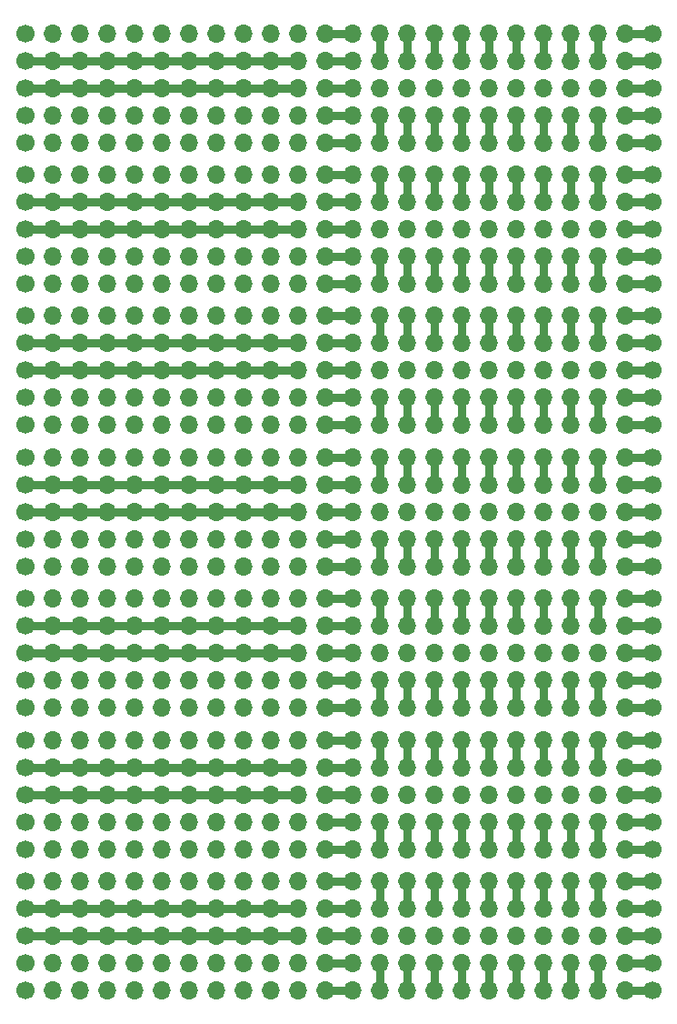
<source format=gbr>
G04 #@! TF.GenerationSoftware,KiCad,Pcbnew,5.1.5-52549c5~86~ubuntu18.04.1*
G04 #@! TF.CreationDate,2020-08-06T00:34:13-05:00*
G04 #@! TF.ProjectId,,58585858-5858-4585-9858-585858585858,rev?*
G04 #@! TF.SameCoordinates,Original*
G04 #@! TF.FileFunction,Copper,L1,Top*
G04 #@! TF.FilePolarity,Positive*
%FSLAX46Y46*%
G04 Gerber Fmt 4.6, Leading zero omitted, Abs format (unit mm)*
G04 Created by KiCad (PCBNEW 5.1.5-52549c5~86~ubuntu18.04.1) date 2020-08-06 00:34:13*
%MOMM*%
%LPD*%
G04 APERTURE LIST*
%ADD10C,1.700000*%
%ADD11O,1.700000X1.700000*%
%ADD12C,0.750000*%
G04 APERTURE END LIST*
D10*
X130075000Y-113785000D03*
D11*
X127535000Y-113785000D03*
X124995000Y-113785000D03*
X122455000Y-113785000D03*
X119915000Y-113785000D03*
X117375000Y-113785000D03*
X114835000Y-113785000D03*
X112295000Y-113785000D03*
X109755000Y-113785000D03*
X107215000Y-113785000D03*
X104675000Y-113785000D03*
X102135000Y-113785000D03*
X99595000Y-113785000D03*
D10*
X130075000Y-100625000D03*
D11*
X127535000Y-100625000D03*
X124995000Y-100625000D03*
X122455000Y-100625000D03*
X119915000Y-100625000D03*
X117375000Y-100625000D03*
X114835000Y-100625000D03*
X112295000Y-100625000D03*
X109755000Y-100625000D03*
X107215000Y-100625000D03*
X104675000Y-100625000D03*
X102135000Y-100625000D03*
X99595000Y-100625000D03*
D10*
X130075000Y-87465000D03*
D11*
X127535000Y-87465000D03*
X124995000Y-87465000D03*
X122455000Y-87465000D03*
X119915000Y-87465000D03*
X117375000Y-87465000D03*
X114835000Y-87465000D03*
X112295000Y-87465000D03*
X109755000Y-87465000D03*
X107215000Y-87465000D03*
X104675000Y-87465000D03*
X102135000Y-87465000D03*
X99595000Y-87465000D03*
D10*
X130075000Y-74305000D03*
D11*
X127535000Y-74305000D03*
X124995000Y-74305000D03*
X122455000Y-74305000D03*
X119915000Y-74305000D03*
X117375000Y-74305000D03*
X114835000Y-74305000D03*
X112295000Y-74305000D03*
X109755000Y-74305000D03*
X107215000Y-74305000D03*
X104675000Y-74305000D03*
X102135000Y-74305000D03*
X99595000Y-74305000D03*
D10*
X130075000Y-61145000D03*
D11*
X127535000Y-61145000D03*
X124995000Y-61145000D03*
X122455000Y-61145000D03*
X119915000Y-61145000D03*
X117375000Y-61145000D03*
X114835000Y-61145000D03*
X112295000Y-61145000D03*
X109755000Y-61145000D03*
X107215000Y-61145000D03*
X104675000Y-61145000D03*
X102135000Y-61145000D03*
X99595000Y-61145000D03*
D10*
X130075000Y-47985000D03*
D11*
X127535000Y-47985000D03*
X124995000Y-47985000D03*
X122455000Y-47985000D03*
X119915000Y-47985000D03*
X117375000Y-47985000D03*
X114835000Y-47985000D03*
X112295000Y-47985000D03*
X109755000Y-47985000D03*
X107215000Y-47985000D03*
X104675000Y-47985000D03*
X102135000Y-47985000D03*
X99595000Y-47985000D03*
D10*
X71655000Y-113785000D03*
D11*
X74195000Y-113785000D03*
X76735000Y-113785000D03*
X79275000Y-113785000D03*
X81815000Y-113785000D03*
X84355000Y-113785000D03*
X86895000Y-113785000D03*
X89435000Y-113785000D03*
X91975000Y-113785000D03*
X94515000Y-113785000D03*
X97055000Y-113785000D03*
D10*
X71655000Y-100625000D03*
D11*
X74195000Y-100625000D03*
X76735000Y-100625000D03*
X79275000Y-100625000D03*
X81815000Y-100625000D03*
X84355000Y-100625000D03*
X86895000Y-100625000D03*
X89435000Y-100625000D03*
X91975000Y-100625000D03*
X94515000Y-100625000D03*
X97055000Y-100625000D03*
D10*
X71655000Y-87465000D03*
D11*
X74195000Y-87465000D03*
X76735000Y-87465000D03*
X79275000Y-87465000D03*
X81815000Y-87465000D03*
X84355000Y-87465000D03*
X86895000Y-87465000D03*
X89435000Y-87465000D03*
X91975000Y-87465000D03*
X94515000Y-87465000D03*
X97055000Y-87465000D03*
D10*
X71655000Y-74305000D03*
D11*
X74195000Y-74305000D03*
X76735000Y-74305000D03*
X79275000Y-74305000D03*
X81815000Y-74305000D03*
X84355000Y-74305000D03*
X86895000Y-74305000D03*
X89435000Y-74305000D03*
X91975000Y-74305000D03*
X94515000Y-74305000D03*
X97055000Y-74305000D03*
D10*
X71655000Y-61145000D03*
D11*
X74195000Y-61145000D03*
X76735000Y-61145000D03*
X79275000Y-61145000D03*
X81815000Y-61145000D03*
X84355000Y-61145000D03*
X86895000Y-61145000D03*
X89435000Y-61145000D03*
X91975000Y-61145000D03*
X94515000Y-61145000D03*
X97055000Y-61145000D03*
D10*
X71655000Y-47985000D03*
D11*
X74195000Y-47985000D03*
X76735000Y-47985000D03*
X79275000Y-47985000D03*
X81815000Y-47985000D03*
X84355000Y-47985000D03*
X86895000Y-47985000D03*
X89435000Y-47985000D03*
X91975000Y-47985000D03*
X94515000Y-47985000D03*
X97055000Y-47985000D03*
D10*
X130075000Y-118865000D03*
D11*
X127535000Y-118865000D03*
X124995000Y-118865000D03*
X122455000Y-118865000D03*
X119915000Y-118865000D03*
X117375000Y-118865000D03*
X114835000Y-118865000D03*
X112295000Y-118865000D03*
X109755000Y-118865000D03*
X107215000Y-118865000D03*
X104675000Y-118865000D03*
X102135000Y-118865000D03*
X99595000Y-118865000D03*
D10*
X130075000Y-105705000D03*
D11*
X127535000Y-105705000D03*
X124995000Y-105705000D03*
X122455000Y-105705000D03*
X119915000Y-105705000D03*
X117375000Y-105705000D03*
X114835000Y-105705000D03*
X112295000Y-105705000D03*
X109755000Y-105705000D03*
X107215000Y-105705000D03*
X104675000Y-105705000D03*
X102135000Y-105705000D03*
X99595000Y-105705000D03*
D10*
X130075000Y-92545000D03*
D11*
X127535000Y-92545000D03*
X124995000Y-92545000D03*
X122455000Y-92545000D03*
X119915000Y-92545000D03*
X117375000Y-92545000D03*
X114835000Y-92545000D03*
X112295000Y-92545000D03*
X109755000Y-92545000D03*
X107215000Y-92545000D03*
X104675000Y-92545000D03*
X102135000Y-92545000D03*
X99595000Y-92545000D03*
D10*
X130075000Y-79385000D03*
D11*
X127535000Y-79385000D03*
X124995000Y-79385000D03*
X122455000Y-79385000D03*
X119915000Y-79385000D03*
X117375000Y-79385000D03*
X114835000Y-79385000D03*
X112295000Y-79385000D03*
X109755000Y-79385000D03*
X107215000Y-79385000D03*
X104675000Y-79385000D03*
X102135000Y-79385000D03*
X99595000Y-79385000D03*
D10*
X130075000Y-66225000D03*
D11*
X127535000Y-66225000D03*
X124995000Y-66225000D03*
X122455000Y-66225000D03*
X119915000Y-66225000D03*
X117375000Y-66225000D03*
X114835000Y-66225000D03*
X112295000Y-66225000D03*
X109755000Y-66225000D03*
X107215000Y-66225000D03*
X104675000Y-66225000D03*
X102135000Y-66225000D03*
X99595000Y-66225000D03*
D10*
X130075000Y-53065000D03*
D11*
X127535000Y-53065000D03*
X124995000Y-53065000D03*
X122455000Y-53065000D03*
X119915000Y-53065000D03*
X117375000Y-53065000D03*
X114835000Y-53065000D03*
X112295000Y-53065000D03*
X109755000Y-53065000D03*
X107215000Y-53065000D03*
X104675000Y-53065000D03*
X102135000Y-53065000D03*
X99595000Y-53065000D03*
D10*
X130075000Y-116325000D03*
D11*
X127535000Y-116325000D03*
X124995000Y-116325000D03*
X122455000Y-116325000D03*
X119915000Y-116325000D03*
X117375000Y-116325000D03*
X114835000Y-116325000D03*
X112295000Y-116325000D03*
X109755000Y-116325000D03*
X107215000Y-116325000D03*
X104675000Y-116325000D03*
X102135000Y-116325000D03*
X99595000Y-116325000D03*
D10*
X130075000Y-103165000D03*
D11*
X127535000Y-103165000D03*
X124995000Y-103165000D03*
X122455000Y-103165000D03*
X119915000Y-103165000D03*
X117375000Y-103165000D03*
X114835000Y-103165000D03*
X112295000Y-103165000D03*
X109755000Y-103165000D03*
X107215000Y-103165000D03*
X104675000Y-103165000D03*
X102135000Y-103165000D03*
X99595000Y-103165000D03*
D10*
X130075000Y-90005000D03*
D11*
X127535000Y-90005000D03*
X124995000Y-90005000D03*
X122455000Y-90005000D03*
X119915000Y-90005000D03*
X117375000Y-90005000D03*
X114835000Y-90005000D03*
X112295000Y-90005000D03*
X109755000Y-90005000D03*
X107215000Y-90005000D03*
X104675000Y-90005000D03*
X102135000Y-90005000D03*
X99595000Y-90005000D03*
D10*
X130075000Y-76845000D03*
D11*
X127535000Y-76845000D03*
X124995000Y-76845000D03*
X122455000Y-76845000D03*
X119915000Y-76845000D03*
X117375000Y-76845000D03*
X114835000Y-76845000D03*
X112295000Y-76845000D03*
X109755000Y-76845000D03*
X107215000Y-76845000D03*
X104675000Y-76845000D03*
X102135000Y-76845000D03*
X99595000Y-76845000D03*
D10*
X130075000Y-63685000D03*
D11*
X127535000Y-63685000D03*
X124995000Y-63685000D03*
X122455000Y-63685000D03*
X119915000Y-63685000D03*
X117375000Y-63685000D03*
X114835000Y-63685000D03*
X112295000Y-63685000D03*
X109755000Y-63685000D03*
X107215000Y-63685000D03*
X104675000Y-63685000D03*
X102135000Y-63685000D03*
X99595000Y-63685000D03*
D10*
X130075000Y-50525000D03*
D11*
X127535000Y-50525000D03*
X124995000Y-50525000D03*
X122455000Y-50525000D03*
X119915000Y-50525000D03*
X117375000Y-50525000D03*
X114835000Y-50525000D03*
X112295000Y-50525000D03*
X109755000Y-50525000D03*
X107215000Y-50525000D03*
X104675000Y-50525000D03*
X102135000Y-50525000D03*
X99595000Y-50525000D03*
D10*
X71655000Y-118865000D03*
D11*
X74195000Y-118865000D03*
X76735000Y-118865000D03*
X79275000Y-118865000D03*
X81815000Y-118865000D03*
X84355000Y-118865000D03*
X86895000Y-118865000D03*
X89435000Y-118865000D03*
X91975000Y-118865000D03*
X94515000Y-118865000D03*
X97055000Y-118865000D03*
D10*
X71655000Y-105705000D03*
D11*
X74195000Y-105705000D03*
X76735000Y-105705000D03*
X79275000Y-105705000D03*
X81815000Y-105705000D03*
X84355000Y-105705000D03*
X86895000Y-105705000D03*
X89435000Y-105705000D03*
X91975000Y-105705000D03*
X94515000Y-105705000D03*
X97055000Y-105705000D03*
D10*
X71655000Y-92545000D03*
D11*
X74195000Y-92545000D03*
X76735000Y-92545000D03*
X79275000Y-92545000D03*
X81815000Y-92545000D03*
X84355000Y-92545000D03*
X86895000Y-92545000D03*
X89435000Y-92545000D03*
X91975000Y-92545000D03*
X94515000Y-92545000D03*
X97055000Y-92545000D03*
D10*
X71655000Y-79385000D03*
D11*
X74195000Y-79385000D03*
X76735000Y-79385000D03*
X79275000Y-79385000D03*
X81815000Y-79385000D03*
X84355000Y-79385000D03*
X86895000Y-79385000D03*
X89435000Y-79385000D03*
X91975000Y-79385000D03*
X94515000Y-79385000D03*
X97055000Y-79385000D03*
D10*
X71655000Y-66225000D03*
D11*
X74195000Y-66225000D03*
X76735000Y-66225000D03*
X79275000Y-66225000D03*
X81815000Y-66225000D03*
X84355000Y-66225000D03*
X86895000Y-66225000D03*
X89435000Y-66225000D03*
X91975000Y-66225000D03*
X94515000Y-66225000D03*
X97055000Y-66225000D03*
D10*
X71655000Y-53065000D03*
D11*
X74195000Y-53065000D03*
X76735000Y-53065000D03*
X79275000Y-53065000D03*
X81815000Y-53065000D03*
X84355000Y-53065000D03*
X86895000Y-53065000D03*
X89435000Y-53065000D03*
X91975000Y-53065000D03*
X94515000Y-53065000D03*
X97055000Y-53065000D03*
D10*
X71655000Y-116325000D03*
D11*
X74195000Y-116325000D03*
X76735000Y-116325000D03*
X79275000Y-116325000D03*
X81815000Y-116325000D03*
X84355000Y-116325000D03*
X86895000Y-116325000D03*
X89435000Y-116325000D03*
X91975000Y-116325000D03*
X94515000Y-116325000D03*
X97055000Y-116325000D03*
D10*
X71655000Y-103165000D03*
D11*
X74195000Y-103165000D03*
X76735000Y-103165000D03*
X79275000Y-103165000D03*
X81815000Y-103165000D03*
X84355000Y-103165000D03*
X86895000Y-103165000D03*
X89435000Y-103165000D03*
X91975000Y-103165000D03*
X94515000Y-103165000D03*
X97055000Y-103165000D03*
D10*
X71655000Y-90005000D03*
D11*
X74195000Y-90005000D03*
X76735000Y-90005000D03*
X79275000Y-90005000D03*
X81815000Y-90005000D03*
X84355000Y-90005000D03*
X86895000Y-90005000D03*
X89435000Y-90005000D03*
X91975000Y-90005000D03*
X94515000Y-90005000D03*
X97055000Y-90005000D03*
D10*
X71655000Y-76845000D03*
D11*
X74195000Y-76845000D03*
X76735000Y-76845000D03*
X79275000Y-76845000D03*
X81815000Y-76845000D03*
X84355000Y-76845000D03*
X86895000Y-76845000D03*
X89435000Y-76845000D03*
X91975000Y-76845000D03*
X94515000Y-76845000D03*
X97055000Y-76845000D03*
D10*
X71655000Y-63685000D03*
D11*
X74195000Y-63685000D03*
X76735000Y-63685000D03*
X79275000Y-63685000D03*
X81815000Y-63685000D03*
X84355000Y-63685000D03*
X86895000Y-63685000D03*
X89435000Y-63685000D03*
X91975000Y-63685000D03*
X94515000Y-63685000D03*
X97055000Y-63685000D03*
D10*
X71655000Y-50525000D03*
D11*
X74195000Y-50525000D03*
X76735000Y-50525000D03*
X79275000Y-50525000D03*
X81815000Y-50525000D03*
X84355000Y-50525000D03*
X86895000Y-50525000D03*
X89435000Y-50525000D03*
X91975000Y-50525000D03*
X94515000Y-50525000D03*
X97055000Y-50525000D03*
D10*
X130075000Y-123945000D03*
D11*
X127535000Y-123945000D03*
X124995000Y-123945000D03*
X122455000Y-123945000D03*
X119915000Y-123945000D03*
X117375000Y-123945000D03*
X114835000Y-123945000D03*
X112295000Y-123945000D03*
X109755000Y-123945000D03*
X107215000Y-123945000D03*
X104675000Y-123945000D03*
X102135000Y-123945000D03*
X99595000Y-123945000D03*
D10*
X130075000Y-110785000D03*
D11*
X127535000Y-110785000D03*
X124995000Y-110785000D03*
X122455000Y-110785000D03*
X119915000Y-110785000D03*
X117375000Y-110785000D03*
X114835000Y-110785000D03*
X112295000Y-110785000D03*
X109755000Y-110785000D03*
X107215000Y-110785000D03*
X104675000Y-110785000D03*
X102135000Y-110785000D03*
X99595000Y-110785000D03*
D10*
X130075000Y-97625000D03*
D11*
X127535000Y-97625000D03*
X124995000Y-97625000D03*
X122455000Y-97625000D03*
X119915000Y-97625000D03*
X117375000Y-97625000D03*
X114835000Y-97625000D03*
X112295000Y-97625000D03*
X109755000Y-97625000D03*
X107215000Y-97625000D03*
X104675000Y-97625000D03*
X102135000Y-97625000D03*
X99595000Y-97625000D03*
D10*
X130075000Y-84465000D03*
D11*
X127535000Y-84465000D03*
X124995000Y-84465000D03*
X122455000Y-84465000D03*
X119915000Y-84465000D03*
X117375000Y-84465000D03*
X114835000Y-84465000D03*
X112295000Y-84465000D03*
X109755000Y-84465000D03*
X107215000Y-84465000D03*
X104675000Y-84465000D03*
X102135000Y-84465000D03*
X99595000Y-84465000D03*
D10*
X130075000Y-71305000D03*
D11*
X127535000Y-71305000D03*
X124995000Y-71305000D03*
X122455000Y-71305000D03*
X119915000Y-71305000D03*
X117375000Y-71305000D03*
X114835000Y-71305000D03*
X112295000Y-71305000D03*
X109755000Y-71305000D03*
X107215000Y-71305000D03*
X104675000Y-71305000D03*
X102135000Y-71305000D03*
X99595000Y-71305000D03*
D10*
X130075000Y-58145000D03*
D11*
X127535000Y-58145000D03*
X124995000Y-58145000D03*
X122455000Y-58145000D03*
X119915000Y-58145000D03*
X117375000Y-58145000D03*
X114835000Y-58145000D03*
X112295000Y-58145000D03*
X109755000Y-58145000D03*
X107215000Y-58145000D03*
X104675000Y-58145000D03*
X102135000Y-58145000D03*
X99595000Y-58145000D03*
D10*
X71655000Y-121405000D03*
D11*
X74195000Y-121405000D03*
X76735000Y-121405000D03*
X79275000Y-121405000D03*
X81815000Y-121405000D03*
X84355000Y-121405000D03*
X86895000Y-121405000D03*
X89435000Y-121405000D03*
X91975000Y-121405000D03*
X94515000Y-121405000D03*
X97055000Y-121405000D03*
D10*
X71655000Y-108245000D03*
D11*
X74195000Y-108245000D03*
X76735000Y-108245000D03*
X79275000Y-108245000D03*
X81815000Y-108245000D03*
X84355000Y-108245000D03*
X86895000Y-108245000D03*
X89435000Y-108245000D03*
X91975000Y-108245000D03*
X94515000Y-108245000D03*
X97055000Y-108245000D03*
D10*
X71655000Y-95085000D03*
D11*
X74195000Y-95085000D03*
X76735000Y-95085000D03*
X79275000Y-95085000D03*
X81815000Y-95085000D03*
X84355000Y-95085000D03*
X86895000Y-95085000D03*
X89435000Y-95085000D03*
X91975000Y-95085000D03*
X94515000Y-95085000D03*
X97055000Y-95085000D03*
D10*
X71655000Y-81925000D03*
D11*
X74195000Y-81925000D03*
X76735000Y-81925000D03*
X79275000Y-81925000D03*
X81815000Y-81925000D03*
X84355000Y-81925000D03*
X86895000Y-81925000D03*
X89435000Y-81925000D03*
X91975000Y-81925000D03*
X94515000Y-81925000D03*
X97055000Y-81925000D03*
D10*
X71655000Y-68765000D03*
D11*
X74195000Y-68765000D03*
X76735000Y-68765000D03*
X79275000Y-68765000D03*
X81815000Y-68765000D03*
X84355000Y-68765000D03*
X86895000Y-68765000D03*
X89435000Y-68765000D03*
X91975000Y-68765000D03*
X94515000Y-68765000D03*
X97055000Y-68765000D03*
D10*
X71655000Y-55605000D03*
D11*
X74195000Y-55605000D03*
X76735000Y-55605000D03*
X79275000Y-55605000D03*
X81815000Y-55605000D03*
X84355000Y-55605000D03*
X86895000Y-55605000D03*
X89435000Y-55605000D03*
X91975000Y-55605000D03*
X94515000Y-55605000D03*
X97055000Y-55605000D03*
D10*
X130075000Y-121405000D03*
D11*
X127535000Y-121405000D03*
X124995000Y-121405000D03*
X122455000Y-121405000D03*
X119915000Y-121405000D03*
X117375000Y-121405000D03*
X114835000Y-121405000D03*
X112295000Y-121405000D03*
X109755000Y-121405000D03*
X107215000Y-121405000D03*
X104675000Y-121405000D03*
X102135000Y-121405000D03*
X99595000Y-121405000D03*
D10*
X130075000Y-108245000D03*
D11*
X127535000Y-108245000D03*
X124995000Y-108245000D03*
X122455000Y-108245000D03*
X119915000Y-108245000D03*
X117375000Y-108245000D03*
X114835000Y-108245000D03*
X112295000Y-108245000D03*
X109755000Y-108245000D03*
X107215000Y-108245000D03*
X104675000Y-108245000D03*
X102135000Y-108245000D03*
X99595000Y-108245000D03*
D10*
X130075000Y-95085000D03*
D11*
X127535000Y-95085000D03*
X124995000Y-95085000D03*
X122455000Y-95085000D03*
X119915000Y-95085000D03*
X117375000Y-95085000D03*
X114835000Y-95085000D03*
X112295000Y-95085000D03*
X109755000Y-95085000D03*
X107215000Y-95085000D03*
X104675000Y-95085000D03*
X102135000Y-95085000D03*
X99595000Y-95085000D03*
D10*
X130075000Y-81925000D03*
D11*
X127535000Y-81925000D03*
X124995000Y-81925000D03*
X122455000Y-81925000D03*
X119915000Y-81925000D03*
X117375000Y-81925000D03*
X114835000Y-81925000D03*
X112295000Y-81925000D03*
X109755000Y-81925000D03*
X107215000Y-81925000D03*
X104675000Y-81925000D03*
X102135000Y-81925000D03*
X99595000Y-81925000D03*
D10*
X130075000Y-68765000D03*
D11*
X127535000Y-68765000D03*
X124995000Y-68765000D03*
X122455000Y-68765000D03*
X119915000Y-68765000D03*
X117375000Y-68765000D03*
X114835000Y-68765000D03*
X112295000Y-68765000D03*
X109755000Y-68765000D03*
X107215000Y-68765000D03*
X104675000Y-68765000D03*
X102135000Y-68765000D03*
X99595000Y-68765000D03*
D10*
X130075000Y-55605000D03*
D11*
X127535000Y-55605000D03*
X124995000Y-55605000D03*
X122455000Y-55605000D03*
X119915000Y-55605000D03*
X117375000Y-55605000D03*
X114835000Y-55605000D03*
X112295000Y-55605000D03*
X109755000Y-55605000D03*
X107215000Y-55605000D03*
X104675000Y-55605000D03*
X102135000Y-55605000D03*
X99595000Y-55605000D03*
D10*
X71655000Y-123945000D03*
D11*
X74195000Y-123945000D03*
X76735000Y-123945000D03*
X79275000Y-123945000D03*
X81815000Y-123945000D03*
X84355000Y-123945000D03*
X86895000Y-123945000D03*
X89435000Y-123945000D03*
X91975000Y-123945000D03*
X94515000Y-123945000D03*
X97055000Y-123945000D03*
D10*
X71655000Y-110785000D03*
D11*
X74195000Y-110785000D03*
X76735000Y-110785000D03*
X79275000Y-110785000D03*
X81815000Y-110785000D03*
X84355000Y-110785000D03*
X86895000Y-110785000D03*
X89435000Y-110785000D03*
X91975000Y-110785000D03*
X94515000Y-110785000D03*
X97055000Y-110785000D03*
D10*
X71655000Y-97625000D03*
D11*
X74195000Y-97625000D03*
X76735000Y-97625000D03*
X79275000Y-97625000D03*
X81815000Y-97625000D03*
X84355000Y-97625000D03*
X86895000Y-97625000D03*
X89435000Y-97625000D03*
X91975000Y-97625000D03*
X94515000Y-97625000D03*
X97055000Y-97625000D03*
D10*
X71655000Y-84465000D03*
D11*
X74195000Y-84465000D03*
X76735000Y-84465000D03*
X79275000Y-84465000D03*
X81815000Y-84465000D03*
X84355000Y-84465000D03*
X86895000Y-84465000D03*
X89435000Y-84465000D03*
X91975000Y-84465000D03*
X94515000Y-84465000D03*
X97055000Y-84465000D03*
D10*
X71655000Y-71305000D03*
D11*
X74195000Y-71305000D03*
X76735000Y-71305000D03*
X79275000Y-71305000D03*
X81815000Y-71305000D03*
X84355000Y-71305000D03*
X86895000Y-71305000D03*
X89435000Y-71305000D03*
X91975000Y-71305000D03*
X94515000Y-71305000D03*
X97055000Y-71305000D03*
D10*
X71655000Y-58145000D03*
D11*
X74195000Y-58145000D03*
X76735000Y-58145000D03*
X79275000Y-58145000D03*
X81815000Y-58145000D03*
X84355000Y-58145000D03*
X86895000Y-58145000D03*
X89435000Y-58145000D03*
X91975000Y-58145000D03*
X94515000Y-58145000D03*
X97055000Y-58145000D03*
X97055000Y-34825000D03*
X94515000Y-34825000D03*
X91975000Y-34825000D03*
X89435000Y-34825000D03*
X86895000Y-34825000D03*
X84355000Y-34825000D03*
X81815000Y-34825000D03*
X79275000Y-34825000D03*
X76735000Y-34825000D03*
X74195000Y-34825000D03*
D10*
X71655000Y-34825000D03*
D11*
X97055000Y-37365000D03*
X94515000Y-37365000D03*
X91975000Y-37365000D03*
X89435000Y-37365000D03*
X86895000Y-37365000D03*
X84355000Y-37365000D03*
X81815000Y-37365000D03*
X79275000Y-37365000D03*
X76735000Y-37365000D03*
X74195000Y-37365000D03*
D10*
X71655000Y-37365000D03*
D11*
X97055000Y-39905000D03*
X94515000Y-39905000D03*
X91975000Y-39905000D03*
X89435000Y-39905000D03*
X86895000Y-39905000D03*
X84355000Y-39905000D03*
X81815000Y-39905000D03*
X79275000Y-39905000D03*
X76735000Y-39905000D03*
X74195000Y-39905000D03*
D10*
X71655000Y-39905000D03*
D11*
X97055000Y-42445000D03*
X94515000Y-42445000D03*
X91975000Y-42445000D03*
X89435000Y-42445000D03*
X86895000Y-42445000D03*
X84355000Y-42445000D03*
X81815000Y-42445000D03*
X79275000Y-42445000D03*
X76735000Y-42445000D03*
X74195000Y-42445000D03*
D10*
X71655000Y-42445000D03*
D11*
X97055000Y-44985000D03*
X94515000Y-44985000D03*
X91975000Y-44985000D03*
X89435000Y-44985000D03*
X86895000Y-44985000D03*
X84355000Y-44985000D03*
X81815000Y-44985000D03*
X79275000Y-44985000D03*
X76735000Y-44985000D03*
X74195000Y-44985000D03*
D10*
X71655000Y-44985000D03*
D11*
X99595000Y-44985000D03*
X102135000Y-44985000D03*
X104675000Y-44985000D03*
X107215000Y-44985000D03*
X109755000Y-44985000D03*
X112295000Y-44985000D03*
X114835000Y-44985000D03*
X117375000Y-44985000D03*
X119915000Y-44985000D03*
X122455000Y-44985000D03*
X124995000Y-44985000D03*
X127535000Y-44985000D03*
D10*
X130075000Y-44985000D03*
D11*
X99595000Y-42445000D03*
X102135000Y-42445000D03*
X104675000Y-42445000D03*
X107215000Y-42445000D03*
X109755000Y-42445000D03*
X112295000Y-42445000D03*
X114835000Y-42445000D03*
X117375000Y-42445000D03*
X119915000Y-42445000D03*
X122455000Y-42445000D03*
X124995000Y-42445000D03*
X127535000Y-42445000D03*
D10*
X130075000Y-42445000D03*
D11*
X99595000Y-39905000D03*
X102135000Y-39905000D03*
X104675000Y-39905000D03*
X107215000Y-39905000D03*
X109755000Y-39905000D03*
X112295000Y-39905000D03*
X114835000Y-39905000D03*
X117375000Y-39905000D03*
X119915000Y-39905000D03*
X122455000Y-39905000D03*
X124995000Y-39905000D03*
X127535000Y-39905000D03*
D10*
X130075000Y-39905000D03*
D11*
X99595000Y-37365000D03*
X102135000Y-37365000D03*
X104675000Y-37365000D03*
X107215000Y-37365000D03*
X109755000Y-37365000D03*
X112295000Y-37365000D03*
X114835000Y-37365000D03*
X117375000Y-37365000D03*
X119915000Y-37365000D03*
X122455000Y-37365000D03*
X124995000Y-37365000D03*
X127535000Y-37365000D03*
D10*
X130075000Y-37365000D03*
D11*
X99595000Y-34825000D03*
X102135000Y-34825000D03*
X104675000Y-34825000D03*
X107215000Y-34825000D03*
X109755000Y-34825000D03*
X112295000Y-34825000D03*
X114835000Y-34825000D03*
X117375000Y-34825000D03*
X119915000Y-34825000D03*
X122455000Y-34825000D03*
X124995000Y-34825000D03*
X127535000Y-34825000D03*
D10*
X130075000Y-34825000D03*
D12*
X99595000Y-34825000D02*
X102135000Y-34825000D01*
X99595000Y-47985000D02*
X102135000Y-47985000D01*
X99595000Y-61145000D02*
X102135000Y-61145000D01*
X99595000Y-74305000D02*
X102135000Y-74305000D01*
X99595000Y-87465000D02*
X102135000Y-87465000D01*
X99595000Y-100625000D02*
X102135000Y-100625000D01*
X99595000Y-113785000D02*
X102135000Y-113785000D01*
X104675000Y-34825000D02*
X104675000Y-37365000D01*
X104675000Y-47985000D02*
X104675000Y-50525000D01*
X104675000Y-61145000D02*
X104675000Y-63685000D01*
X104675000Y-74305000D02*
X104675000Y-76845000D01*
X104675000Y-87465000D02*
X104675000Y-90005000D01*
X104675000Y-100625000D02*
X104675000Y-103165000D01*
X104675000Y-113785000D02*
X104675000Y-116325000D01*
X109755000Y-34825000D02*
X109755000Y-37365000D01*
X109755000Y-47985000D02*
X109755000Y-50525000D01*
X109755000Y-61145000D02*
X109755000Y-63685000D01*
X109755000Y-74305000D02*
X109755000Y-76845000D01*
X109755000Y-87465000D02*
X109755000Y-90005000D01*
X109755000Y-100625000D02*
X109755000Y-103165000D01*
X109755000Y-113785000D02*
X109755000Y-116325000D01*
X114835000Y-34825000D02*
X114835000Y-37365000D01*
X114835000Y-47985000D02*
X114835000Y-50525000D01*
X114835000Y-61145000D02*
X114835000Y-63685000D01*
X114835000Y-74305000D02*
X114835000Y-76845000D01*
X114835000Y-87465000D02*
X114835000Y-90005000D01*
X114835000Y-100625000D02*
X114835000Y-103165000D01*
X114835000Y-113785000D02*
X114835000Y-116325000D01*
X119915000Y-34825000D02*
X119915000Y-37365000D01*
X119915000Y-47985000D02*
X119915000Y-50525000D01*
X119915000Y-61145000D02*
X119915000Y-63685000D01*
X119915000Y-74305000D02*
X119915000Y-76845000D01*
X119915000Y-87465000D02*
X119915000Y-90005000D01*
X119915000Y-100625000D02*
X119915000Y-103165000D01*
X119915000Y-113785000D02*
X119915000Y-116325000D01*
X124995000Y-34825000D02*
X124995000Y-37365000D01*
X124995000Y-47985000D02*
X124995000Y-50525000D01*
X124995000Y-61145000D02*
X124995000Y-63685000D01*
X124995000Y-74305000D02*
X124995000Y-76845000D01*
X124995000Y-87465000D02*
X124995000Y-90005000D01*
X124995000Y-100625000D02*
X124995000Y-103165000D01*
X124995000Y-113785000D02*
X124995000Y-116325000D01*
X127535000Y-34825000D02*
X130075000Y-34825000D01*
X127535000Y-47985000D02*
X130075000Y-47985000D01*
X127535000Y-61145000D02*
X130075000Y-61145000D01*
X127535000Y-74305000D02*
X130075000Y-74305000D01*
X127535000Y-87465000D02*
X130075000Y-87465000D01*
X127535000Y-100625000D02*
X130075000Y-100625000D01*
X127535000Y-113785000D02*
X130075000Y-113785000D01*
X107215000Y-37365000D02*
X107215000Y-34825000D01*
X107215000Y-50525000D02*
X107215000Y-47985000D01*
X107215000Y-63685000D02*
X107215000Y-61145000D01*
X107215000Y-76845000D02*
X107215000Y-74305000D01*
X107215000Y-90005000D02*
X107215000Y-87465000D01*
X107215000Y-103165000D02*
X107215000Y-100625000D01*
X107215000Y-116325000D02*
X107215000Y-113785000D01*
X112295000Y-37365000D02*
X112295000Y-34825000D01*
X112295000Y-50525000D02*
X112295000Y-47985000D01*
X112295000Y-63685000D02*
X112295000Y-61145000D01*
X112295000Y-76845000D02*
X112295000Y-74305000D01*
X112295000Y-90005000D02*
X112295000Y-87465000D01*
X112295000Y-103165000D02*
X112295000Y-100625000D01*
X112295000Y-116325000D02*
X112295000Y-113785000D01*
X117375000Y-37365000D02*
X117375000Y-34825000D01*
X117375000Y-50525000D02*
X117375000Y-47985000D01*
X117375000Y-63685000D02*
X117375000Y-61145000D01*
X117375000Y-76845000D02*
X117375000Y-74305000D01*
X117375000Y-90005000D02*
X117375000Y-87465000D01*
X117375000Y-103165000D02*
X117375000Y-100625000D01*
X117375000Y-116325000D02*
X117375000Y-113785000D01*
X122455000Y-37365000D02*
X122455000Y-34825000D01*
X122455000Y-50525000D02*
X122455000Y-47985000D01*
X122455000Y-63685000D02*
X122455000Y-61145000D01*
X122455000Y-76845000D02*
X122455000Y-74305000D01*
X122455000Y-90005000D02*
X122455000Y-87465000D01*
X122455000Y-103165000D02*
X122455000Y-100625000D01*
X122455000Y-116325000D02*
X122455000Y-113785000D01*
X102135000Y-37365000D02*
X99595000Y-37365000D01*
X102135000Y-50525000D02*
X99595000Y-50525000D01*
X102135000Y-63685000D02*
X99595000Y-63685000D01*
X102135000Y-76845000D02*
X99595000Y-76845000D01*
X102135000Y-90005000D02*
X99595000Y-90005000D01*
X102135000Y-103165000D02*
X99595000Y-103165000D01*
X102135000Y-116325000D02*
X99595000Y-116325000D01*
X130075000Y-37365000D02*
X127535000Y-37365000D01*
X130075000Y-50525000D02*
X127535000Y-50525000D01*
X130075000Y-63685000D02*
X127535000Y-63685000D01*
X130075000Y-76845000D02*
X127535000Y-76845000D01*
X130075000Y-90005000D02*
X127535000Y-90005000D01*
X130075000Y-103165000D02*
X127535000Y-103165000D01*
X130075000Y-116325000D02*
X127535000Y-116325000D01*
X99595000Y-39905000D02*
X102135000Y-39905000D01*
X99595000Y-53065000D02*
X102135000Y-53065000D01*
X99595000Y-66225000D02*
X102135000Y-66225000D01*
X99595000Y-79385000D02*
X102135000Y-79385000D01*
X99595000Y-92545000D02*
X102135000Y-92545000D01*
X99595000Y-105705000D02*
X102135000Y-105705000D01*
X99595000Y-118865000D02*
X102135000Y-118865000D01*
X127535000Y-39905000D02*
X130075000Y-39905000D01*
X127535000Y-53065000D02*
X130075000Y-53065000D01*
X127535000Y-66225000D02*
X130075000Y-66225000D01*
X127535000Y-79385000D02*
X130075000Y-79385000D01*
X127535000Y-92545000D02*
X130075000Y-92545000D01*
X127535000Y-105705000D02*
X130075000Y-105705000D01*
X127535000Y-118865000D02*
X130075000Y-118865000D01*
X102135000Y-42445000D02*
X99595000Y-42445000D01*
X102135000Y-55605000D02*
X99595000Y-55605000D01*
X102135000Y-68765000D02*
X99595000Y-68765000D01*
X102135000Y-81925000D02*
X99595000Y-81925000D01*
X102135000Y-95085000D02*
X99595000Y-95085000D01*
X102135000Y-108245000D02*
X99595000Y-108245000D01*
X102135000Y-121405000D02*
X99595000Y-121405000D01*
X104675000Y-42445000D02*
X104675000Y-44985000D01*
X104675000Y-55605000D02*
X104675000Y-58145000D01*
X104675000Y-68765000D02*
X104675000Y-71305000D01*
X104675000Y-81925000D02*
X104675000Y-84465000D01*
X104675000Y-95085000D02*
X104675000Y-97625000D01*
X104675000Y-108245000D02*
X104675000Y-110785000D01*
X104675000Y-121405000D02*
X104675000Y-123945000D01*
X109755000Y-42445000D02*
X109755000Y-44985000D01*
X109755000Y-55605000D02*
X109755000Y-58145000D01*
X109755000Y-68765000D02*
X109755000Y-71305000D01*
X109755000Y-81925000D02*
X109755000Y-84465000D01*
X109755000Y-95085000D02*
X109755000Y-97625000D01*
X109755000Y-108245000D02*
X109755000Y-110785000D01*
X109755000Y-121405000D02*
X109755000Y-123945000D01*
X114835000Y-42445000D02*
X114835000Y-44985000D01*
X114835000Y-55605000D02*
X114835000Y-58145000D01*
X114835000Y-68765000D02*
X114835000Y-71305000D01*
X114835000Y-81925000D02*
X114835000Y-84465000D01*
X114835000Y-95085000D02*
X114835000Y-97625000D01*
X114835000Y-108245000D02*
X114835000Y-110785000D01*
X114835000Y-121405000D02*
X114835000Y-123945000D01*
X119915000Y-42445000D02*
X119915000Y-44985000D01*
X119915000Y-55605000D02*
X119915000Y-58145000D01*
X119915000Y-68765000D02*
X119915000Y-71305000D01*
X119915000Y-81925000D02*
X119915000Y-84465000D01*
X119915000Y-95085000D02*
X119915000Y-97625000D01*
X119915000Y-108245000D02*
X119915000Y-110785000D01*
X119915000Y-121405000D02*
X119915000Y-123945000D01*
X124995000Y-42445000D02*
X124995000Y-44985000D01*
X124995000Y-55605000D02*
X124995000Y-58145000D01*
X124995000Y-68765000D02*
X124995000Y-71305000D01*
X124995000Y-81925000D02*
X124995000Y-84465000D01*
X124995000Y-95085000D02*
X124995000Y-97625000D01*
X124995000Y-108245000D02*
X124995000Y-110785000D01*
X124995000Y-121405000D02*
X124995000Y-123945000D01*
X130075000Y-42445000D02*
X127535000Y-42445000D01*
X130075000Y-55605000D02*
X127535000Y-55605000D01*
X130075000Y-68765000D02*
X127535000Y-68765000D01*
X130075000Y-81925000D02*
X127535000Y-81925000D01*
X130075000Y-95085000D02*
X127535000Y-95085000D01*
X130075000Y-108245000D02*
X127535000Y-108245000D01*
X130075000Y-121405000D02*
X127535000Y-121405000D01*
X107215000Y-44985000D02*
X107215000Y-42445000D01*
X107215000Y-58145000D02*
X107215000Y-55605000D01*
X107215000Y-71305000D02*
X107215000Y-68765000D01*
X107215000Y-84465000D02*
X107215000Y-81925000D01*
X107215000Y-97625000D02*
X107215000Y-95085000D01*
X107215000Y-110785000D02*
X107215000Y-108245000D01*
X107215000Y-123945000D02*
X107215000Y-121405000D01*
X112295000Y-44985000D02*
X112295000Y-42445000D01*
X112295000Y-58145000D02*
X112295000Y-55605000D01*
X112295000Y-71305000D02*
X112295000Y-68765000D01*
X112295000Y-84465000D02*
X112295000Y-81925000D01*
X112295000Y-97625000D02*
X112295000Y-95085000D01*
X112295000Y-110785000D02*
X112295000Y-108245000D01*
X112295000Y-123945000D02*
X112295000Y-121405000D01*
X117375000Y-44985000D02*
X117375000Y-42445000D01*
X117375000Y-58145000D02*
X117375000Y-55605000D01*
X117375000Y-71305000D02*
X117375000Y-68765000D01*
X117375000Y-84465000D02*
X117375000Y-81925000D01*
X117375000Y-97625000D02*
X117375000Y-95085000D01*
X117375000Y-110785000D02*
X117375000Y-108245000D01*
X117375000Y-123945000D02*
X117375000Y-121405000D01*
X122455000Y-44985000D02*
X122455000Y-42445000D01*
X122455000Y-58145000D02*
X122455000Y-55605000D01*
X122455000Y-71305000D02*
X122455000Y-68765000D01*
X122455000Y-84465000D02*
X122455000Y-81925000D01*
X122455000Y-97625000D02*
X122455000Y-95085000D01*
X122455000Y-110785000D02*
X122455000Y-108245000D01*
X122455000Y-123945000D02*
X122455000Y-121405000D01*
X99595000Y-44985000D02*
X102135000Y-44985000D01*
X99595000Y-58145000D02*
X102135000Y-58145000D01*
X99595000Y-71305000D02*
X102135000Y-71305000D01*
X99595000Y-84465000D02*
X102135000Y-84465000D01*
X99595000Y-97625000D02*
X102135000Y-97625000D01*
X99595000Y-110785000D02*
X102135000Y-110785000D01*
X99595000Y-123945000D02*
X102135000Y-123945000D01*
X127535000Y-44985000D02*
X130075000Y-44985000D01*
X127535000Y-58145000D02*
X130075000Y-58145000D01*
X127535000Y-71305000D02*
X130075000Y-71305000D01*
X127535000Y-84465000D02*
X130075000Y-84465000D01*
X127535000Y-97625000D02*
X130075000Y-97625000D01*
X127535000Y-110785000D02*
X130075000Y-110785000D01*
X127535000Y-123945000D02*
X130075000Y-123945000D01*
X71655000Y-39905000D02*
X74195000Y-39905000D01*
X74195000Y-39905000D02*
X76735000Y-39905000D01*
X76735000Y-39905000D02*
X79275000Y-39905000D01*
X79275000Y-39905000D02*
X81815000Y-39905000D01*
X81815000Y-39905000D02*
X84355000Y-39905000D01*
X84355000Y-39905000D02*
X86895000Y-39905000D01*
X86895000Y-39905000D02*
X89435000Y-39905000D01*
X89435000Y-39905000D02*
X91975000Y-39905000D01*
X91975000Y-39905000D02*
X94515000Y-39905000D01*
X94515000Y-39905000D02*
X97055000Y-39905000D01*
X89435000Y-53065000D02*
X91975000Y-53065000D01*
X89435000Y-66225000D02*
X91975000Y-66225000D01*
X89435000Y-79385000D02*
X91975000Y-79385000D01*
X89435000Y-92545000D02*
X91975000Y-92545000D01*
X89435000Y-105705000D02*
X91975000Y-105705000D01*
X89435000Y-118865000D02*
X91975000Y-118865000D01*
X91975000Y-53065000D02*
X94515000Y-53065000D01*
X91975000Y-66225000D02*
X94515000Y-66225000D01*
X91975000Y-79385000D02*
X94515000Y-79385000D01*
X91975000Y-92545000D02*
X94515000Y-92545000D01*
X91975000Y-105705000D02*
X94515000Y-105705000D01*
X91975000Y-118865000D02*
X94515000Y-118865000D01*
X71655000Y-53065000D02*
X74195000Y-53065000D01*
X71655000Y-66225000D02*
X74195000Y-66225000D01*
X71655000Y-79385000D02*
X74195000Y-79385000D01*
X71655000Y-92545000D02*
X74195000Y-92545000D01*
X71655000Y-105705000D02*
X74195000Y-105705000D01*
X71655000Y-118865000D02*
X74195000Y-118865000D01*
X74195000Y-53065000D02*
X76735000Y-53065000D01*
X74195000Y-66225000D02*
X76735000Y-66225000D01*
X74195000Y-79385000D02*
X76735000Y-79385000D01*
X74195000Y-92545000D02*
X76735000Y-92545000D01*
X74195000Y-105705000D02*
X76735000Y-105705000D01*
X74195000Y-118865000D02*
X76735000Y-118865000D01*
X84355000Y-53065000D02*
X86895000Y-53065000D01*
X84355000Y-66225000D02*
X86895000Y-66225000D01*
X84355000Y-79385000D02*
X86895000Y-79385000D01*
X84355000Y-92545000D02*
X86895000Y-92545000D01*
X84355000Y-105705000D02*
X86895000Y-105705000D01*
X84355000Y-118865000D02*
X86895000Y-118865000D01*
X79275000Y-53065000D02*
X81815000Y-53065000D01*
X79275000Y-66225000D02*
X81815000Y-66225000D01*
X79275000Y-79385000D02*
X81815000Y-79385000D01*
X79275000Y-92545000D02*
X81815000Y-92545000D01*
X79275000Y-105705000D02*
X81815000Y-105705000D01*
X79275000Y-118865000D02*
X81815000Y-118865000D01*
X81815000Y-53065000D02*
X84355000Y-53065000D01*
X81815000Y-66225000D02*
X84355000Y-66225000D01*
X81815000Y-79385000D02*
X84355000Y-79385000D01*
X81815000Y-92545000D02*
X84355000Y-92545000D01*
X81815000Y-105705000D02*
X84355000Y-105705000D01*
X81815000Y-118865000D02*
X84355000Y-118865000D01*
X76735000Y-53065000D02*
X79275000Y-53065000D01*
X76735000Y-66225000D02*
X79275000Y-66225000D01*
X76735000Y-79385000D02*
X79275000Y-79385000D01*
X76735000Y-92545000D02*
X79275000Y-92545000D01*
X76735000Y-105705000D02*
X79275000Y-105705000D01*
X76735000Y-118865000D02*
X79275000Y-118865000D01*
X86895000Y-53065000D02*
X89435000Y-53065000D01*
X86895000Y-66225000D02*
X89435000Y-66225000D01*
X86895000Y-79385000D02*
X89435000Y-79385000D01*
X86895000Y-92545000D02*
X89435000Y-92545000D01*
X86895000Y-105705000D02*
X89435000Y-105705000D01*
X86895000Y-118865000D02*
X89435000Y-118865000D01*
X94515000Y-53065000D02*
X97055000Y-53065000D01*
X94515000Y-66225000D02*
X97055000Y-66225000D01*
X94515000Y-79385000D02*
X97055000Y-79385000D01*
X94515000Y-92545000D02*
X97055000Y-92545000D01*
X94515000Y-105705000D02*
X97055000Y-105705000D01*
X94515000Y-118865000D02*
X97055000Y-118865000D01*
X97055000Y-37365000D02*
X94515000Y-37365000D01*
X94515000Y-37365000D02*
X91975000Y-37365000D01*
X91975000Y-37365000D02*
X89435000Y-37365000D01*
X89435000Y-37365000D02*
X86895000Y-37365000D01*
X86895000Y-37365000D02*
X84355000Y-37365000D01*
X84355000Y-37365000D02*
X81815000Y-37365000D01*
X81815000Y-37365000D02*
X79275000Y-37365000D01*
X79275000Y-37365000D02*
X76735000Y-37365000D01*
X76735000Y-37365000D02*
X74195000Y-37365000D01*
X74195000Y-37365000D02*
X71655000Y-37365000D01*
X84355000Y-50525000D02*
X81815000Y-50525000D01*
X84355000Y-63685000D02*
X81815000Y-63685000D01*
X84355000Y-76845000D02*
X81815000Y-76845000D01*
X84355000Y-90005000D02*
X81815000Y-90005000D01*
X84355000Y-103165000D02*
X81815000Y-103165000D01*
X84355000Y-116325000D02*
X81815000Y-116325000D01*
X74195000Y-50525000D02*
X71655000Y-50525000D01*
X74195000Y-63685000D02*
X71655000Y-63685000D01*
X74195000Y-76845000D02*
X71655000Y-76845000D01*
X74195000Y-90005000D02*
X71655000Y-90005000D01*
X74195000Y-103165000D02*
X71655000Y-103165000D01*
X74195000Y-116325000D02*
X71655000Y-116325000D01*
X79275000Y-50525000D02*
X76735000Y-50525000D01*
X79275000Y-63685000D02*
X76735000Y-63685000D01*
X79275000Y-76845000D02*
X76735000Y-76845000D01*
X79275000Y-90005000D02*
X76735000Y-90005000D01*
X79275000Y-103165000D02*
X76735000Y-103165000D01*
X79275000Y-116325000D02*
X76735000Y-116325000D01*
X97055000Y-50525000D02*
X94515000Y-50525000D01*
X97055000Y-63685000D02*
X94515000Y-63685000D01*
X97055000Y-76845000D02*
X94515000Y-76845000D01*
X97055000Y-90005000D02*
X94515000Y-90005000D01*
X97055000Y-103165000D02*
X94515000Y-103165000D01*
X97055000Y-116325000D02*
X94515000Y-116325000D01*
X94515000Y-50525000D02*
X91975000Y-50525000D01*
X94515000Y-63685000D02*
X91975000Y-63685000D01*
X94515000Y-76845000D02*
X91975000Y-76845000D01*
X94515000Y-90005000D02*
X91975000Y-90005000D01*
X94515000Y-103165000D02*
X91975000Y-103165000D01*
X94515000Y-116325000D02*
X91975000Y-116325000D01*
X81815000Y-50525000D02*
X79275000Y-50525000D01*
X81815000Y-63685000D02*
X79275000Y-63685000D01*
X81815000Y-76845000D02*
X79275000Y-76845000D01*
X81815000Y-90005000D02*
X79275000Y-90005000D01*
X81815000Y-103165000D02*
X79275000Y-103165000D01*
X81815000Y-116325000D02*
X79275000Y-116325000D01*
X76735000Y-50525000D02*
X74195000Y-50525000D01*
X76735000Y-63685000D02*
X74195000Y-63685000D01*
X76735000Y-76845000D02*
X74195000Y-76845000D01*
X76735000Y-90005000D02*
X74195000Y-90005000D01*
X76735000Y-103165000D02*
X74195000Y-103165000D01*
X76735000Y-116325000D02*
X74195000Y-116325000D01*
X91975000Y-50525000D02*
X89435000Y-50525000D01*
X91975000Y-63685000D02*
X89435000Y-63685000D01*
X91975000Y-76845000D02*
X89435000Y-76845000D01*
X91975000Y-90005000D02*
X89435000Y-90005000D01*
X91975000Y-103165000D02*
X89435000Y-103165000D01*
X91975000Y-116325000D02*
X89435000Y-116325000D01*
X89435000Y-50525000D02*
X86895000Y-50525000D01*
X89435000Y-63685000D02*
X86895000Y-63685000D01*
X89435000Y-76845000D02*
X86895000Y-76845000D01*
X89435000Y-90005000D02*
X86895000Y-90005000D01*
X89435000Y-103165000D02*
X86895000Y-103165000D01*
X89435000Y-116325000D02*
X86895000Y-116325000D01*
X86895000Y-50525000D02*
X84355000Y-50525000D01*
X86895000Y-63685000D02*
X84355000Y-63685000D01*
X86895000Y-76845000D02*
X84355000Y-76845000D01*
X86895000Y-90005000D02*
X84355000Y-90005000D01*
X86895000Y-103165000D02*
X84355000Y-103165000D01*
X86895000Y-116325000D02*
X84355000Y-116325000D01*
M02*

</source>
